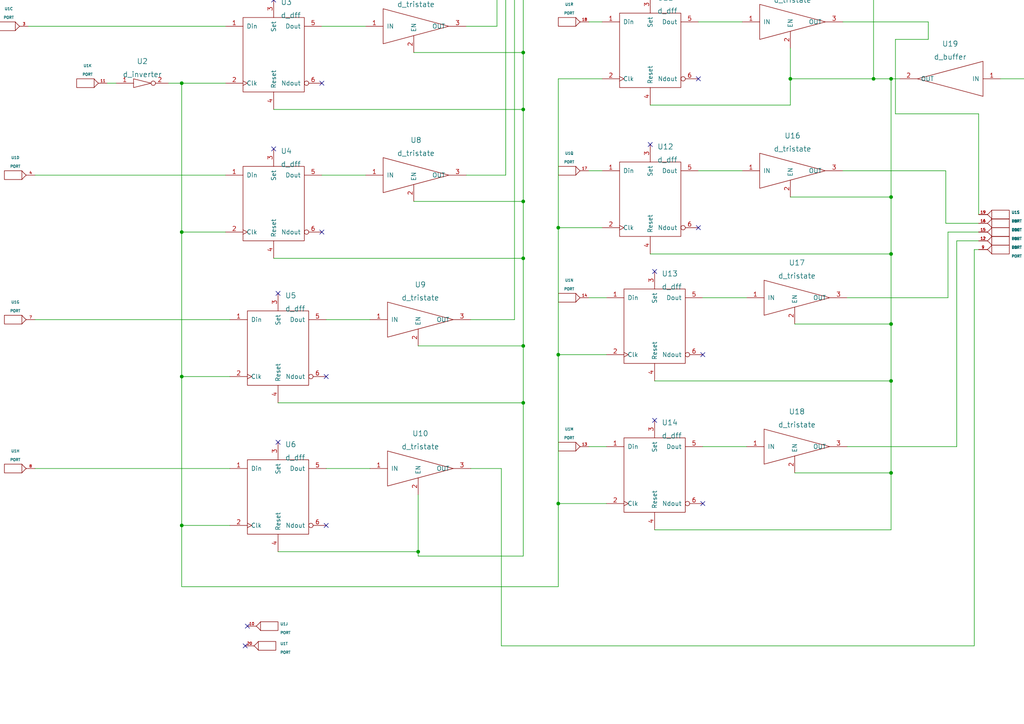
<source format=kicad_sch>
(kicad_sch (version 20211123) (generator eeschema)
  (paper "A4")
  (lib_symbols
    (symbol "eSim_Digital:d_buffer" (pin_names (offset 1.016))
      (property "Reference" "U" (at 0 -1.27 0))
      (property "Value" "d_buffer" (at 0 1.27 0))
      (symbol "d_buffer_0_1"
        (polyline (pts (xy -7.62 5.08) (xy -7.62 -5.08) (xy 11.43 0) (xy -7.62 5.08)))
      )
      (symbol "d_buffer_1_1"
        (pin input line (at -12.7 0 0) (length 5.08) (name "IN") (number "1"))
        (pin output line (at 16.51 0 180) (length 5.08) (name "OUT") (number "2"))
      )
    )
    (symbol "eSim_Digital:d_dff" (pin_names (offset 1.016))
      (property "Reference" "U" (at 0 0 0))
      (property "Value" "d_dff" (at 0 3.81 0))
      (symbol "d_dff_0_1"
        (rectangle (start 8.89 11.43) (end -8.89 -10.16))
      )
      (symbol "d_dff_1_1"
        (pin input line (at -13.97 8.89 0) (length 5.08) (name "Din") (number "1"))
        (pin input clock (at -13.97 -7.62 0) (length 5.08) (name "Clk") (number "2"))
        (pin input line (at 0 16.51 270) (length 5.08) (name "Set") (number "3"))
        (pin input line (at 0 -15.24 90) (length 5.08) (name "Reset") (number "4"))
        (pin output line (at 13.97 8.89 180) (length 5.08) (name "Dout") (number "5"))
        (pin output inverted (at 13.97 -7.62 180) (length 5.08) (name "Ndout") (number "6"))
      )
    )
    (symbol "eSim_Digital:d_inverter" (pin_names (offset 1.016))
      (property "Reference" "U" (at 0 -2.54 0))
      (property "Value" "d_inverter" (at 0 3.81 0))
      (symbol "d_inverter_0_1"
        (polyline (pts (xy -2.54 1.27) (xy -2.54 -1.27) (xy 2.54 0) (xy -2.54 1.27)))
      )
      (symbol "d_inverter_1_1"
        (pin input line (at -7.62 0 0) (length 5.08) (name "~") (number "1"))
        (pin output inverted (at 7.62 0 180) (length 5.08) (name "~") (number "2"))
      )
    )
    (symbol "eSim_Digital:d_tristate" (pin_names (offset 1.016))
      (property "Reference" "U" (at -6.35 6.35 0))
      (property "Value" "d_tristate" (at -5.08 11.43 0))
      (symbol "d_tristate_0_1"
        (polyline (pts (xy -10.16 13.97) (xy -10.16 3.81) (xy 8.89 8.89) (xy -10.16 13.97)))
      )
      (symbol "d_tristate_1_1"
        (pin input line (at -15.24 8.89 0) (length 5.08) (name "IN") (number "1"))
        (pin input line (at -1.27 1.27 90) (length 4.9022) (name "EN") (number "2"))
        (pin output line (at 13.97 8.89 180) (length 5.08) (name "OUT") (number "3"))
      )
    )
    (symbol "eSim_Miscellaneous:PORT" (pin_names (offset 1.016))
      (property "Reference" "U" (at 1.27 2.54 0))
      (property "Value" "PORT" (at 0 0 0))
      (symbol "PORT_0_1"
        (rectangle (start -2.54 1.27) (end 2.54 -1.27))
        (arc (start 2.54 1.27) (mid 3.1355 0.5955) (end 3.81 0))
        (arc (start 3.81 0) (mid 3.1447 -0.6046) (end 2.54 -1.27))
      )
      (symbol "PORT_1_1"
        (pin bidirectional line (at 6.35 0 180) (length 2.54) (name "~") (number "1"))
      )
      (symbol "PORT_2_1"
        (pin bidirectional line (at 6.35 0 180) (length 2.54) (name "~") (number "2"))
      )
      (symbol "PORT_3_1"
        (pin bidirectional line (at 6.35 0 180) (length 2.54) (name "~") (number "3"))
      )
      (symbol "PORT_4_1"
        (pin bidirectional line (at 6.35 0 180) (length 2.54) (name "~") (number "4"))
      )
      (symbol "PORT_5_1"
        (pin bidirectional line (at 6.35 0 180) (length 2.54) (name "~") (number "5"))
      )
      (symbol "PORT_6_1"
        (pin bidirectional line (at 6.35 0 180) (length 2.54) (name "~") (number "6"))
      )
      (symbol "PORT_7_1"
        (pin bidirectional line (at 6.35 0 180) (length 2.54) (name "~") (number "7"))
      )
      (symbol "PORT_8_1"
        (pin bidirectional line (at 6.35 0 180) (length 2.54) (name "~") (number "8"))
      )
      (symbol "PORT_9_1"
        (pin bidirectional line (at 6.35 0 180) (length 2.54) (name "~") (number "9"))
      )
      (symbol "PORT_10_1"
        (pin bidirectional line (at 6.35 0 180) (length 2.54) (name "~") (number "10"))
      )
      (symbol "PORT_11_1"
        (pin bidirectional line (at 6.35 0 180) (length 2.54) (name "~") (number "11"))
      )
      (symbol "PORT_12_1"
        (pin bidirectional line (at 6.35 0 180) (length 2.54) (name "~") (number "12"))
      )
      (symbol "PORT_13_1"
        (pin bidirectional line (at 6.35 0 180) (length 2.54) (name "~") (number "13"))
      )
      (symbol "PORT_14_1"
        (pin bidirectional line (at 6.35 0 180) (length 2.54) (name "~") (number "14"))
      )
      (symbol "PORT_15_1"
        (pin bidirectional line (at 6.35 0 180) (length 2.54) (name "~") (number "15"))
      )
      (symbol "PORT_16_1"
        (pin bidirectional line (at 6.35 0 180) (length 2.54) (name "~") (number "16"))
      )
      (symbol "PORT_17_1"
        (pin bidirectional line (at 6.35 0 180) (length 2.54) (name "~") (number "17"))
      )
      (symbol "PORT_18_1"
        (pin bidirectional line (at 6.35 0 180) (length 2.54) (name "~") (number "18"))
      )
      (symbol "PORT_19_1"
        (pin bidirectional line (at 6.35 0 180) (length 2.54) (name "~") (number "19"))
      )
      (symbol "PORT_20_1"
        (pin bidirectional line (at 6.35 0 180) (length 2.54) (name "~") (number "20"))
      )
      (symbol "PORT_21_1"
        (pin bidirectional line (at 6.35 0 180) (length 2.54) (name "~") (number "21"))
      )
      (symbol "PORT_22_1"
        (pin bidirectional line (at 6.35 0 180) (length 2.54) (name "~") (number "22"))
      )
      (symbol "PORT_23_1"
        (pin bidirectional line (at 6.35 0 180) (length 2.54) (name "~") (number "23"))
      )
      (symbol "PORT_24_1"
        (pin bidirectional line (at 6.35 0 180) (length 2.54) (name "~") (number "24"))
      )
      (symbol "PORT_25_1"
        (pin bidirectional line (at 6.35 0 180) (length 2.54) (name "~") (number "25"))
      )
      (symbol "PORT_26_1"
        (pin bidirectional line (at 6.35 0 180) (length 2.54) (name "~") (number "26"))
      )
    )
  )
  (junction (at 258.445 57.15))
  (junction (at 258.445 110.49))
  (junction (at 161.925 146.05))
  (junction (at 253.365 22.86))
  (junction (at 258.445 22.86))
  (junction (at 151.765 116.84))
  (junction (at 161.925 66.04))
  (junction (at 151.765 58.42))
  (junction (at 258.445 73.66))
  (junction (at 52.705 24.13))
  (junction (at 151.765 31.75))
  (junction (at 229.235 22.86))
  (junction (at 52.705 67.31))
  (junction (at 52.705 109.22))
  (junction (at 151.765 100.33))
  (junction (at 258.445 137.16))
  (junction (at 151.765 15.24))
  (junction (at 121.285 160.02))
  (junction (at 161.925 102.87))
  (junction (at 151.765 74.93))
  (junction (at 258.445 93.98))
  (junction (at 52.705 152.4))
  (no_connect (at 202.565 22.86))
  (no_connect (at 79.375 0))
  (no_connect (at 189.865 78.74))
  (no_connect (at 80.645 85.09))
  (no_connect (at 71.755 181.61))
  (no_connect (at 71.12 187.325))
  (no_connect (at 93.345 67.31))
  (no_connect (at 188.595 41.91))
  (no_connect (at 202.565 66.04))
  (no_connect (at 93.345 24.13))
  (no_connect (at 80.645 128.27))
  (no_connect (at 94.615 109.22))
  (no_connect (at 188.595 -1.27))
  (no_connect (at 79.375 43.18))
  (no_connect (at 203.835 102.87))
  (no_connect (at 189.865 121.92))
  (no_connect (at 203.835 146.05))
  (no_connect (at 94.615 152.4))
  (wire (pts (xy 283.845 33.02) (xy 259.715 33.02)))
  (wire (pts (xy 274.32 49.53) (xy 274.32 64.77)))
  (wire (pts (xy 229.235 22.86) (xy 229.235 13.97)))
  (wire (pts (xy 48.895 24.13) (xy 52.705 24.13)))
  (wire (pts (xy 258.445 93.98) (xy 258.445 73.66)))
  (wire (pts (xy 144.145 -39.37) (xy 144.145 7.62)))
  (wire (pts (xy 189.865 153.67) (xy 258.445 153.67)))
  (wire (pts (xy 202.565 49.53) (xy 215.265 49.53)))
  (wire (pts (xy 203.835 129.54) (xy 216.535 129.54)))
  (wire (pts (xy 79.375 31.75) (xy 151.765 31.75)))
  (wire (pts (xy 10.16 92.71) (xy 66.675 92.71)))
  (wire (pts (xy 121.285 100.33) (xy 151.765 100.33)))
  (wire (pts (xy 282.575 72.39) (xy 283.845 72.39)))
  (wire (pts (xy 94.615 92.71) (xy 107.315 92.71)))
  (wire (pts (xy 10.16 50.8) (xy 65.405 50.8)))
  (wire (pts (xy 258.445 110.49) (xy 258.445 93.98)))
  (wire (pts (xy 80.645 160.02) (xy 121.285 160.02)))
  (wire (pts (xy 229.235 30.48) (xy 229.235 22.86)))
  (wire (pts (xy 259.715 11.43) (xy 269.24 11.43)))
  (wire (pts (xy 8.255 7.62) (xy 65.405 7.62)))
  (wire (pts (xy 245.745 86.36) (xy 274.955 86.36)))
  (wire (pts (xy 230.505 93.98) (xy 258.445 93.98)))
  (wire (pts (xy 151.765 100.33) (xy 151.765 116.84)))
  (wire (pts (xy 274.32 64.77) (xy 283.845 64.77)))
  (wire (pts (xy 277.495 129.54) (xy 277.495 69.85)))
  (wire (pts (xy 52.705 24.13) (xy 52.705 67.31)))
  (wire (pts (xy 52.705 67.31) (xy 52.705 109.22)))
  (wire (pts (xy 151.765 74.93) (xy 151.765 100.33)))
  (wire (pts (xy 274.955 67.31) (xy 283.845 67.31)))
  (wire (pts (xy 260.985 22.86) (xy 258.445 22.86)))
  (wire (pts (xy 31.115 24.13) (xy 33.655 24.13)))
  (wire (pts (xy 93.345 7.62) (xy 106.045 7.62)))
  (wire (pts (xy 52.705 152.4) (xy 66.675 152.4)))
  (wire (pts (xy 161.925 66.04) (xy 174.625 66.04)))
  (wire (pts (xy 188.595 30.48) (xy 229.235 30.48)))
  (wire (pts (xy 283.845 33.02) (xy 283.845 62.23)))
  (wire (pts (xy 290.195 22.86) (xy 297.815 22.86)))
  (wire (pts (xy 203.835 86.36) (xy 216.535 86.36)))
  (wire (pts (xy 136.525 92.71) (xy 149.225 92.71)))
  (wire (pts (xy 161.925 22.86) (xy 161.925 66.04)))
  (wire (pts (xy 168.275 -44.45) (xy 149.225 -44.45)))
  (wire (pts (xy 202.565 6.35) (xy 215.265 6.35)))
  (wire (pts (xy 170.815 6.35) (xy 174.625 6.35)))
  (wire (pts (xy 188.595 73.66) (xy 258.445 73.66)))
  (wire (pts (xy 151.765 31.75) (xy 151.765 58.42)))
  (wire (pts (xy 121.285 160.02) (xy 121.285 161.29)))
  (wire (pts (xy 274.955 86.36) (xy 274.955 67.31)))
  (wire (pts (xy 161.925 102.87) (xy 175.895 102.87)))
  (wire (pts (xy 80.645 116.84) (xy 151.765 116.84)))
  (wire (pts (xy 259.715 33.02) (xy 259.715 11.43)))
  (wire (pts (xy 253.365 -5.08) (xy 253.365 22.86)))
  (wire (pts (xy 168.275 -41.91) (xy 146.685 -41.91)))
  (wire (pts (xy 151.765 15.24) (xy 151.765 -5.08)))
  (wire (pts (xy 253.365 22.86) (xy 229.235 22.86)))
  (wire (pts (xy 244.475 6.35) (xy 269.24 6.35)))
  (wire (pts (xy 161.925 170.18) (xy 52.705 170.18)))
  (wire (pts (xy 52.705 24.13) (xy 65.405 24.13)))
  (wire (pts (xy 52.705 109.22) (xy 66.675 109.22)))
  (wire (pts (xy 258.445 57.15) (xy 258.445 22.86)))
  (wire (pts (xy 258.445 137.16) (xy 258.445 153.67)))
  (wire (pts (xy 258.445 22.86) (xy 253.365 22.86)))
  (wire (pts (xy 145.415 187.325) (xy 145.415 135.89)))
  (wire (pts (xy 282.575 187.325) (xy 145.415 187.325)))
  (wire (pts (xy 245.745 129.54) (xy 277.495 129.54)))
  (wire (pts (xy 189.865 110.49) (xy 258.445 110.49)))
  (wire (pts (xy 121.285 161.29) (xy 151.765 161.29)))
  (wire (pts (xy 52.705 67.31) (xy 65.405 67.31)))
  (wire (pts (xy 136.525 135.89) (xy 145.415 135.89)))
  (wire (pts (xy 170.815 49.53) (xy 174.625 49.53)))
  (wire (pts (xy 52.705 109.22) (xy 52.705 152.4)))
  (wire (pts (xy 282.575 72.39) (xy 282.575 187.325)))
  (wire (pts (xy 161.925 146.05) (xy 161.925 170.18)))
  (wire (pts (xy 151.765 31.75) (xy 151.765 15.24)))
  (wire (pts (xy 135.255 7.62) (xy 144.145 7.62)))
  (wire (pts (xy 135.255 50.8) (xy 146.685 50.8)))
  (wire (pts (xy 121.285 143.51) (xy 121.285 160.02)))
  (wire (pts (xy 120.015 58.42) (xy 151.765 58.42)))
  (wire (pts (xy 244.475 49.53) (xy 274.32 49.53)))
  (wire (pts (xy 258.445 73.66) (xy 258.445 57.15)))
  (wire (pts (xy 146.685 -41.91) (xy 146.685 50.8)))
  (wire (pts (xy 258.445 137.16) (xy 258.445 110.49)))
  (wire (pts (xy 79.375 74.93) (xy 151.765 74.93)))
  (wire (pts (xy 151.765 116.84) (xy 151.765 161.29)))
  (wire (pts (xy 174.625 22.86) (xy 161.925 22.86)))
  (wire (pts (xy 170.815 129.54) (xy 175.895 129.54)))
  (wire (pts (xy 151.765 58.42) (xy 151.765 74.93)))
  (wire (pts (xy 120.015 15.24) (xy 151.765 15.24)))
  (wire (pts (xy 229.235 57.15) (xy 258.445 57.15)))
  (wire (pts (xy 151.765 -5.08) (xy 253.365 -5.08)))
  (wire (pts (xy 161.925 102.87) (xy 161.925 146.05)))
  (wire (pts (xy 93.345 50.8) (xy 106.045 50.8)))
  (wire (pts (xy 52.705 152.4) (xy 52.705 170.18)))
  (wire (pts (xy 269.24 11.43) (xy 269.24 6.35)))
  (wire (pts (xy 10.16 135.89) (xy 66.675 135.89)))
  (wire (pts (xy 168.275 -39.37) (xy 144.145 -39.37)))
  (wire (pts (xy 149.225 -44.45) (xy 149.225 92.71)))
  (wire (pts (xy 170.815 86.36) (xy 175.895 86.36)))
  (wire (pts (xy 161.925 66.04) (xy 161.925 102.87)))
  (wire (pts (xy 277.495 69.85) (xy 283.845 69.85)))
  (wire (pts (xy 94.615 135.89) (xy 107.315 135.89)))
  (wire (pts (xy 161.925 146.05) (xy 175.895 146.05)))
  (wire (pts (xy 230.505 137.16) (xy 258.445 137.16)))
  (symbol (lib_id "eSim_Digital:d_dff") (at 188.595 15.24 0) (unit 1)
    (property "Reference" "U11" (at 190.6144 -0.635 0) (effects (font (size 1.524 1.524)) (justify left)))
    (property "Value" "d_dff" (at 190.6144 3.175 0) (effects (font (size 1.524 1.524)) (justify left)))
  )
  (symbol (lib_id "eSim_Miscellaneous:PORT") (at 1.905 7.62 0) (unit 3)
    (property "Reference" "U1" (at 2.54 2.54 0) (effects (font (size 0.762 0.762))))
    (property "Value" "PORT" (at 2.54 5.08 0) (effects (font (size 0.762 0.762))))
  )
  (symbol (lib_id "eSim_Miscellaneous:PORT") (at 304.165 22.86 180) (unit 1)
    (property "Reference" "U1" (at 307.34 22.225 0) (effects (font (size 0.762 0.762)) (justify right)))
    (property "Value" "PORT" (at 307.34 24.765 0) (effects (font (size 0.762 0.762)) (justify right)))
  )
  (symbol (lib_id "eSim_Miscellaneous:PORT") (at 164.465 6.35 0) (unit 18)
    (property "Reference" "U1" (at 165.1 1.27 0) (effects (font (size 0.762 0.762))))
    (property "Value" "PORT" (at 165.1 3.81 0) (effects (font (size 0.762 0.762))))
  )
  (symbol (lib_id "eSim_Miscellaneous:PORT") (at 174.625 -39.37 180) (unit 2)
    (property "Reference" "U1" (at 178.435 -40.005 0) (effects (font (size 0.762 0.762)) (justify right)))
    (property "Value" "PORT" (at 178.435 -37.465 0) (effects (font (size 0.762 0.762)) (justify right)))
  )
  (symbol (lib_id "eSim_Digital:d_tristate") (at 121.285 59.69 0) (unit 1)
    (property "Reference" "U8" (at 120.65 40.64 0) (effects (font (size 1.524 1.524))))
    (property "Value" "d_tristate" (at 120.65 44.45 0) (effects (font (size 1.524 1.524))))
  )
  (symbol (lib_id "eSim_Miscellaneous:PORT") (at 164.465 129.54 0) (unit 13)
    (property "Reference" "U1" (at 165.1 124.46 0) (effects (font (size 0.762 0.762))))
    (property "Value" "PORT" (at 165.1 127 0) (effects (font (size 0.762 0.762))))
  )
  (symbol (lib_id "eSim_Digital:d_dff") (at 80.645 144.78 0) (unit 1)
    (property "Reference" "U6" (at 82.6644 128.905 0) (effects (font (size 1.524 1.524)) (justify left)))
    (property "Value" "d_dff" (at 82.6644 132.715 0) (effects (font (size 1.524 1.524)) (justify left)))
  )
  (symbol (lib_id "eSim_Miscellaneous:PORT") (at 78.105 181.61 180) (unit 10)
    (property "Reference" "U1" (at 81.28 180.975 0) (effects (font (size 0.762 0.762)) (justify right)))
    (property "Value" "PORT" (at 81.28 183.515 0) (effects (font (size 0.762 0.762)) (justify right)))
  )
  (symbol (lib_id "eSim_Miscellaneous:PORT") (at 24.765 24.13 0) (unit 11)
    (property "Reference" "U1" (at 25.4 19.05 0) (effects (font (size 0.762 0.762))))
    (property "Value" "PORT" (at 25.4 21.59 0) (effects (font (size 0.762 0.762))))
  )
  (symbol (lib_id "eSim_Digital:d_buffer") (at 277.495 22.86 180) (unit 1)
    (property "Reference" "U19" (at 275.59 12.7 0) (effects (font (size 1.524 1.524))))
    (property "Value" "d_buffer" (at 275.59 16.51 0) (effects (font (size 1.524 1.524))))
  )
  (symbol (lib_id "eSim_Digital:d_dff") (at 189.865 138.43 0) (unit 1)
    (property "Reference" "U14" (at 191.8844 122.555 0) (effects (font (size 1.524 1.524)) (justify left)))
    (property "Value" "d_dff" (at 191.8844 126.365 0) (effects (font (size 1.524 1.524)) (justify left)))
  )
  (symbol (lib_id "eSim_Miscellaneous:PORT") (at 290.195 67.31 180) (unit 15)
    (property "Reference" "U1" (at 293.37 66.675 0) (effects (font (size 0.762 0.762)) (justify right)))
    (property "Value" "PORT" (at 293.37 69.215 0) (effects (font (size 0.762 0.762)) (justify right)))
  )
  (symbol (lib_id "eSim_Miscellaneous:PORT") (at 290.195 64.77 180) (unit 16)
    (property "Reference" "U1" (at 293.37 64.135 0) (effects (font (size 0.762 0.762)) (justify right)))
    (property "Value" "PORT" (at 293.37 66.675 0) (effects (font (size 0.762 0.762)) (justify right)))
  )
  (symbol (lib_id "eSim_Miscellaneous:PORT") (at 174.625 -41.91 180) (unit 5)
    (property "Reference" "U1" (at 177.8 -42.545 0) (effects (font (size 0.762 0.762)) (justify right)))
    (property "Value" "PORT" (at 177.8 -40.005 0) (effects (font (size 0.762 0.762)) (justify right)))
  )
  (symbol (lib_id "eSim_Digital:d_tristate") (at 231.775 95.25 0) (unit 1)
    (property "Reference" "U17" (at 231.14 76.2 0) (effects (font (size 1.524 1.524))))
    (property "Value" "d_tristate" (at 231.14 80.01 0) (effects (font (size 1.524 1.524))))
  )
  (symbol (lib_id "eSim_Digital:d_dff") (at 188.595 58.42 0) (unit 1)
    (property "Reference" "U12" (at 190.6144 42.545 0) (effects (font (size 1.524 1.524)) (justify left)))
    (property "Value" "d_dff" (at 190.6144 46.355 0) (effects (font (size 1.524 1.524)) (justify left)))
  )
  (symbol (lib_id "eSim_Digital:d_inverter") (at 41.275 24.13 0) (unit 1)
    (property "Reference" "U2" (at 41.275 17.78 0) (effects (font (size 1.524 1.524))))
    (property "Value" "d_inverter" (at 41.275 21.59 0) (effects (font (size 1.524 1.524))))
  )
  (symbol (lib_id "eSim_Digital:d_tristate") (at 121.285 16.51 0) (unit 1)
    (property "Reference" "U7" (at 120.65 -2.54 0) (effects (font (size 1.524 1.524))))
    (property "Value" "d_tristate" (at 120.65 1.27 0) (effects (font (size 1.524 1.524))))
  )
  (symbol (lib_id "eSim_Digital:d_dff") (at 189.865 95.25 0) (unit 1)
    (property "Reference" "U13" (at 191.8844 79.375 0) (effects (font (size 1.524 1.524)) (justify left)))
    (property "Value" "d_dff" (at 191.8844 83.185 0) (effects (font (size 1.524 1.524)) (justify left)))
  )
  (symbol (lib_id "eSim_Miscellaneous:PORT") (at 164.465 86.36 0) (unit 14)
    (property "Reference" "U1" (at 165.1 81.28 0) (effects (font (size 0.762 0.762))))
    (property "Value" "PORT" (at 165.1 83.82 0) (effects (font (size 0.762 0.762))))
  )
  (symbol (lib_id "eSim_Digital:d_tristate") (at 230.505 58.42 0) (unit 1)
    (property "Reference" "U16" (at 229.87 39.37 0) (effects (font (size 1.524 1.524))))
    (property "Value" "d_tristate" (at 229.87 43.18 0) (effects (font (size 1.524 1.524))))
  )
  (symbol (lib_id "eSim_Miscellaneous:PORT") (at 77.47 187.325 180) (unit 20)
    (property "Reference" "U1" (at 81.28 186.69 0) (effects (font (size 0.762 0.762)) (justify right)))
    (property "Value" "PORT" (at 81.28 189.23 0) (effects (font (size 0.762 0.762)) (justify right)))
  )
  (symbol (lib_id "eSim_Miscellaneous:PORT") (at 290.195 69.85 180) (unit 12)
    (property "Reference" "U1" (at 293.37 69.215 0) (effects (font (size 0.762 0.762)) (justify right)))
    (property "Value" "PORT" (at 293.37 71.755 0) (effects (font (size 0.762 0.762)) (justify right)))
  )
  (symbol (lib_id "eSim_Miscellaneous:PORT") (at 290.195 62.23 180) (unit 19)
    (property "Reference" "U1" (at 293.37 61.595 0) (effects (font (size 0.762 0.762)) (justify right)))
    (property "Value" "PORT" (at 293.37 64.135 0) (effects (font (size 0.762 0.762)) (justify right)))
  )
  (symbol (lib_id "eSim_Miscellaneous:PORT") (at 174.625 -44.45 180) (unit 6)
    (property "Reference" "U1" (at 177.8 -45.085 0) (effects (font (size 0.762 0.762)) (justify right)))
    (property "Value" "PORT" (at 177.8 -42.545 0) (effects (font (size 0.762 0.762)) (justify right)))
  )
  (symbol (lib_id "eSim_Digital:d_dff") (at 80.645 101.6 0) (unit 1)
    (property "Reference" "U5" (at 82.6644 85.725 0) (effects (font (size 1.524 1.524)) (justify left)))
    (property "Value" "d_dff" (at 82.6644 89.535 0) (effects (font (size 1.524 1.524)) (justify left)))
  )
  (symbol (lib_id "eSim_Digital:d_tristate") (at 122.555 144.78 0) (unit 1)
    (property "Reference" "U10" (at 121.92 125.73 0) (effects (font (size 1.524 1.524))))
    (property "Value" "d_tristate" (at 121.92 129.54 0) (effects (font (size 1.524 1.524))))
  )
  (symbol (lib_id "eSim_Digital:d_dff") (at 79.375 16.51 0) (unit 1)
    (property "Reference" "U3" (at 81.3944 0.635 0) (effects (font (size 1.524 1.524)) (justify left)))
    (property "Value" "d_dff" (at 81.3944 4.445 0) (effects (font (size 1.524 1.524)) (justify left)))
  )
  (symbol (lib_id "eSim_Digital:d_tristate") (at 230.505 15.24 0) (unit 1)
    (property "Reference" "U15" (at 229.87 -3.81 0) (effects (font (size 1.524 1.524))))
    (property "Value" "d_tristate" (at 229.87 0 0) (effects (font (size 1.524 1.524))))
  )
  (symbol (lib_id "eSim_Miscellaneous:PORT") (at 164.465 49.53 0) (unit 17)
    (property "Reference" "U1" (at 165.1 44.45 0) (effects (font (size 0.762 0.762))))
    (property "Value" "PORT" (at 165.1 46.99 0) (effects (font (size 0.762 0.762))))
  )
  (symbol (lib_id "eSim_Miscellaneous:PORT") (at 3.81 135.89 0) (unit 8)
    (property "Reference" "U1" (at 4.445 130.81 0) (effects (font (size 0.762 0.762))))
    (property "Value" "PORT" (at 4.445 133.35 0) (effects (font (size 0.762 0.762))))
  )
  (symbol (lib_id "eSim_Miscellaneous:PORT") (at 3.81 92.71 0) (unit 7)
    (property "Reference" "U1" (at 4.445 87.63 0) (effects (font (size 0.762 0.762))))
    (property "Value" "PORT" (at 4.445 90.17 0) (effects (font (size 0.762 0.762))))
  )
  (symbol (lib_id "eSim_Digital:d_tristate") (at 231.775 138.43 0) (unit 1)
    (property "Reference" "U18" (at 231.14 119.38 0) (effects (font (size 1.524 1.524))))
    (property "Value" "d_tristate" (at 231.14 123.19 0) (effects (font (size 1.524 1.524))))
  )
  (symbol (lib_id "eSim_Digital:d_dff") (at 79.375 59.69 0) (unit 1)
    (property "Reference" "U4" (at 81.3944 43.815 0) (effects (font (size 1.524 1.524)) (justify left)))
    (property "Value" "d_dff" (at 81.3944 47.625 0) (effects (font (size 1.524 1.524)) (justify left)))
  )
  (symbol (lib_id "eSim_Digital:d_tristate") (at 122.555 101.6 0) (unit 1)
    (property "Reference" "U9" (at 121.92 82.55 0) (effects (font (size 1.524 1.524))))
    (property "Value" "d_tristate" (at 121.92 86.36 0) (effects (font (size 1.524 1.524))))
  )
  (symbol (lib_id "eSim_Miscellaneous:PORT") (at 290.195 72.39 180) (unit 9)
    (property "Reference" "U1" (at 293.37 71.755 0) (effects (font (size 0.762 0.762)) (justify right)))
    (property "Value" "PORT" (at 293.37 74.295 0) (effects (font (size 0.762 0.762)) (justify right)))
  )
  (symbol (lib_id "eSim_Miscellaneous:PORT") (at 3.81 50.8 0) (unit 4)
    (property "Reference" "U1" (at 4.445 45.72 0) (effects (font (size 0.762 0.762))))
    (property "Value" "PORT" (at 4.445 48.26 0) (effects (font (size 0.762 0.762))))
  )
)
</source>
